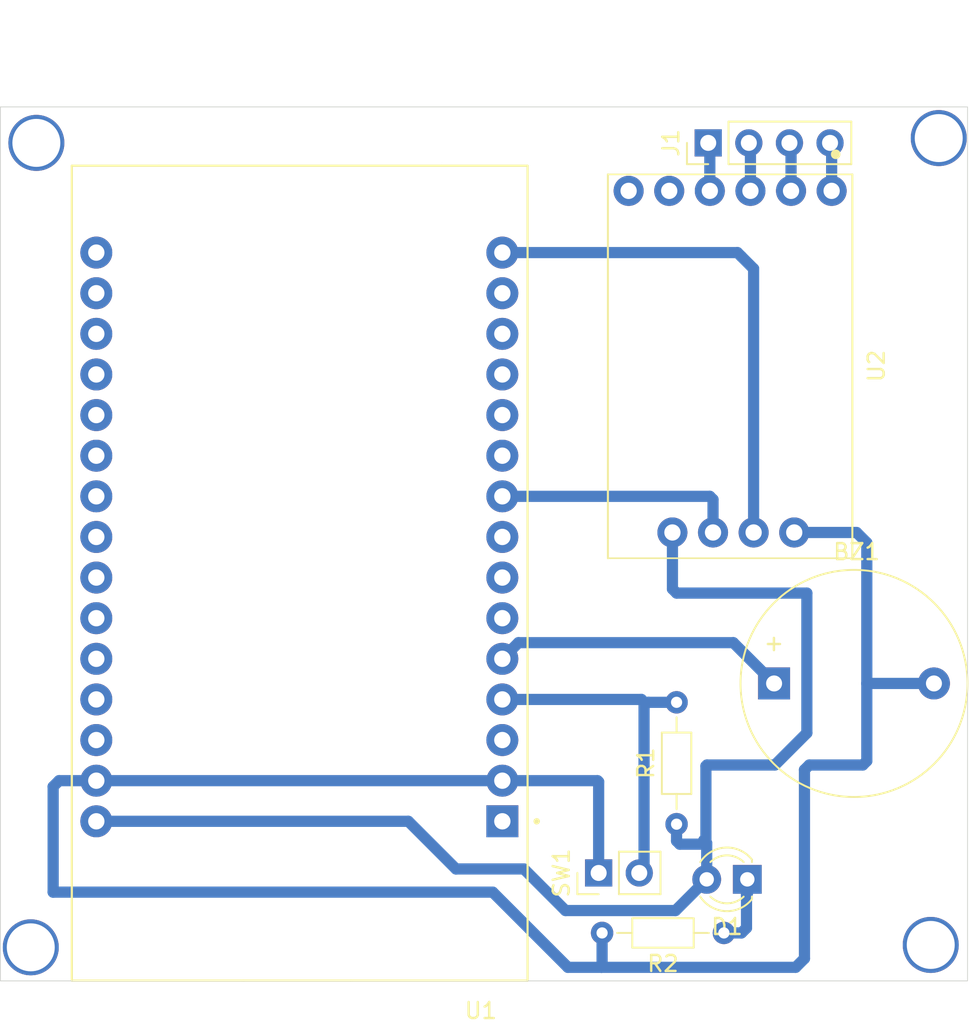
<source format=kicad_pcb>
(kicad_pcb (version 20240108) (generator "pcbnew") (generator_version "8.0")
  (layers (0 "F.Cu" signal) (31 "B.Cu" signal) (34 "B.Paste" user) (35 "F.Paste" user) (36 "B.SilkS" user "B.Silkscreen") (37 "F.SilkS" user "F.Silkscreen") (38 "B.Mask" user) (39 "F.Mask" user) (44 "Edge.Cuts" user))
  (net 0 "")
  (net 1 "GND")
  (net 2 "+5V")
  (net 3 "Net-(D1-K)")
  (net 4 "/E+")
  (net 5 "/S-")
  (net 6 "/S+")
  (net 7 "/E-")
  (net 8 "Net-(SW1-B)")
  (net 26 "Net-(U1-D18)")
  (net 32 "/buzz")
  (net 35 "/dt")
  (footprint "HX711-MODULE:SPARKFUN_SEN-13879" (layer "F.Cu") (at 110.52 48.97 -90)
    (property "Reference" "U2" (at -3.02 -7.88 90) (layer "F.SilkS") (effects (font (size 1.000063 1.000063))))
    (property "Value" "SEN-13879")
    (fp_line (start 9 8.9154) (end -15 8.9154) (stroke (width 0.127)) (layer "F.SilkS"))
    (fp_line (start -15 -6.3754) (end -15 8.9154) (stroke (width 0.1)) (layer "F.SilkS"))
    (fp_line (start -15 -6.3754) (end 9 -6.3754) (stroke (width 0.127)) (layer "F.SilkS"))
    (fp_line (start 9 -6.3754) (end 9 8.9154) (stroke (width 0.1)) (layer "F.SilkS"))
    (fp_circle (center -16.256 -5.334) (end -16.106 -5.334) (stroke (width 0.3)) (fill none) (layer "F.SilkS"))
    (pad "1" thru_hole circle (at -13.97 -5.08 270) (size 1.8796 1.8796) (drill 1.016) (layers "*.Cu" "*.Mask") (net 4 "/E+"))
    (pad "2" thru_hole circle (at -13.97 -2.54 270) (size 1.8796 1.8796) (drill 1.016) (layers "*.Cu" "*.Mask") (net 7 "/E-"))
    (pad "3" thru_hole circle (at -13.97 0 270) (size 1.8796 1.8796) (drill 1.016) (layers "*.Cu" "*.Mask") (net 5 "/S-"))
    (pad "4" thru_hole circle (at -13.97 2.54 270) (size 1.8796 1.8796) (drill 1.016) (layers "*.Cu" "*.Mask") (net 6 "/S+"))
    (pad "5" thru_hole circle (at -13.97 5.08 270) (size 1.8796 1.8796) (drill 1.016) (layers "*.Cu" "*.Mask"))
    (pad "6" thru_hole circle (at -13.97 7.62 270) (size 1.8796 1.8796) (drill 1.016) (layers "*.Cu" "*.Mask"))
    (pad "7" thru_hole circle (at 7.39 4.88 270) (size 1.8796 1.8796) (drill 1.016) (layers "*.Cu" "*.Mask") (net 2 "+5V"))
    (pad "8" thru_hole circle (at 7.39 2.34 270) (size 1.8796 1.8796) (drill 1.016) (layers "*.Cu" "*.Mask") (net 26 "Net-(U1-D18)"))
    (pad "9" thru_hole circle (at 7.39 -0.2 270) (size 1.8796 1.8796) (drill 1.016) (layers "*.Cu" "*.Mask") (net 35 "/dt"))
    (pad "10" thru_hole circle (at 7.39 -2.74 270) (size 1.8796 1.8796) (drill 1.016) (layers "*.Cu" "*.Mask") (net 1 "GND"))
  )
  (footprint "Resistor_THT:R_Axial_DIN0204_L3.6mm_D1.6mm_P7.62mm_Horizontal" (layer "F.Cu") (at 105.9 74.6 90)
    (property "Reference" "R1" (at 3.81 -1.92 90) (layer "F.SilkS"))
    (property "Value" "10k")
    (fp_line (start 5.73 -0.92) (end 1.89 -0.92) (stroke (width 0.12)) (layer "F.SilkS"))
    (fp_line (start 1.89 -0.92) (end 1.89 0.92) (stroke (width 0.12)) (layer "F.SilkS"))
    (fp_line (start 6.68 0) (end 5.73 0) (stroke (width 0.12)) (layer "F.SilkS"))
    (fp_line (start 0.94 0) (end 1.89 0) (stroke (width 0.12)) (layer "F.SilkS"))
    (fp_line (start 5.73 0.92) (end 5.73 -0.92) (stroke (width 0.12)) (layer "F.SilkS"))
    (fp_line (start 1.89 0.92) (end 5.73 0.92) (stroke (width 0.12)) (layer "F.SilkS"))
    (pad "1" thru_hole circle (at 0 0 90) (size 1.4 1.4) (drill 0.7) (layers "*.Cu" "*.Mask") (net 2 "+5V"))
    (pad "2" thru_hole oval (at 7.62 0 90) (size 1.4 1.4) (drill 0.7) (layers "*.Cu" "*.Mask") (net 8 "Net-(SW1-B)"))
  )
  (footprint "Connector_PinHeader_2.54mm:PinHeader_1x04_P2.54mm_Vertical" (layer "F.Cu") (at 107.88 32 90)
    (property "Reference" "J1" (at 0 -2.33 90) (layer "F.SilkS"))
    (property "Value" "LOAD_CELL_CONNECTOR")
    (fp_line (start -1.33 -1.33) (end 0 -1.33) (stroke (width 0.12)) (layer "F.SilkS"))
    (fp_line (start -1.33 0) (end -1.33 -1.33) (stroke (width 0.12)) (layer "F.SilkS"))
    (fp_line (start 1.33 1.27) (end 1.33 8.95) (stroke (width 0.12)) (layer "F.SilkS"))
    (fp_line (start -1.33 1.27) (end 1.33 1.27) (stroke (width 0.12)) (layer "F.SilkS"))
    (fp_line (start -1.33 1.27) (end -1.33 8.95) (stroke (width 0.12)) (layer "F.SilkS"))
    (fp_line (start -1.33 8.95) (end 1.33 8.95) (stroke (width 0.12)) (layer "F.SilkS"))
    (pad "1" thru_hole rect (at 0 0 90) (size 1.7 1.7) (drill 1) (layers "*.Cu" "*.Mask") (net 6 "/S+"))
    (pad "2" thru_hole oval (at 0 2.54 90) (size 1.7 1.7) (drill 1) (layers "*.Cu" "*.Mask") (net 5 "/S-"))
    (pad "3" thru_hole oval (at 0 5.08 90) (size 1.7 1.7) (drill 1) (layers "*.Cu" "*.Mask") (net 7 "/E-"))
    (pad "4" thru_hole oval (at 0 7.62 90) (size 1.7 1.7) (drill 1) (layers "*.Cu" "*.Mask") (net 4 "/E+"))
  )
  (footprint "Resistor_THT:R_Axial_DIN0204_L3.6mm_D1.6mm_P7.62mm_Horizontal" (layer "F.Cu") (at 108.86 81.4 180)
    (property "Reference" "R2" (at 3.81 -1.92 360) (layer "F.SilkS"))
    (property "Value" "220R")
    (fp_line (start 6.68 0) (end 5.73 0) (stroke (width 0.12)) (layer "F.SilkS"))
    (fp_line (start 5.73 0.92) (end 5.73 -0.92) (stroke (width 0.12)) (layer "F.SilkS"))
    (fp_line (start 5.73 -0.92) (end 1.89 -0.92) (stroke (width 0.12)) (layer "F.SilkS"))
    (fp_line (start 1.89 0.92) (end 5.73 0.92) (stroke (width 0.12)) (layer "F.SilkS"))
    (fp_line (start 1.89 -0.92) (end 1.89 0.92) (stroke (width 0.12)) (layer "F.SilkS"))
    (fp_line (start 0.94 0) (end 1.89 0) (stroke (width 0.12)) (layer "F.SilkS"))
    (pad "1" thru_hole circle (at 0 0 180) (size 1.4 1.4) (drill 0.7) (layers "*.Cu" "*.Mask") (net 3 "Net-(D1-K)"))
    (pad "2" thru_hole oval (at 7.62 0 180) (size 1.4 1.4) (drill 0.7) (layers "*.Cu" "*.Mask") (net 1 "GND"))
  )
  (footprint "Connector_PinHeader_2.54mm:PinHeader_1x02_P2.54mm_Vertical" (layer "F.Cu") (at 101.025 77.65 90)
    (property "Reference" "SW1" (at 0 -2.33 90) (layer "F.SilkS"))
    (property "Value" "SEND_BTN")
    (fp_line (start -1.33 -1.33) (end 0 -1.33) (stroke (width 0.12)) (layer "F.SilkS"))
    (fp_line (start -1.33 0) (end -1.33 -1.33) (stroke (width 0.12)) (layer "F.SilkS"))
    (fp_line (start 1.33 1.27) (end 1.33 3.87) (stroke (width 0.12)) (layer "F.SilkS"))
    (fp_line (start -1.33 1.27) (end 1.33 1.27) (stroke (width 0.12)) (layer "F.SilkS"))
    (fp_line (start -1.33 1.27) (end -1.33 3.87) (stroke (width 0.12)) (layer "F.SilkS"))
    (fp_line (start -1.33 3.87) (end 1.33 3.87) (stroke (width 0.12)) (layer "F.SilkS"))
    (pad "1" thru_hole rect (at 0 0 90) (size 1.7 1.7) (drill 1) (layers "*.Cu" "*.Mask") (net 1 "GND"))
    (pad "2" thru_hole oval (at 0 2.54 90) (size 1.7 1.7) (drill 1) (layers "*.Cu" "*.Mask") (net 8 "Net-(SW1-B)"))
  )
  (footprint "Buzzer_Beeper:Buzzer_D14mm_H7mm_P10mm" (layer "F.Cu") (at 112 65.8)
    (property "Reference" "BZ1" (at 5.16 -8.23 0) (layer "F.SilkS"))
    (property "Value" "Buzzer")
    (fp_circle (center 5 0) (end 12.1 0) (stroke (width 0.12)) (fill none) (layer "F.SilkS"))
    (fp_text user "+" (at -0.01 -2.54 0) (layer "F.SilkS"))
    (pad "1" thru_hole rect (at 0 0) (size 2 2) (drill 1) (layers "*.Cu" "*.Mask") (net 32 "/buzz"))
    (pad "2" thru_hole circle (at 10 0) (size 2 2) (drill 1) (layers "*.Cu" "*.Mask") (net 1 "GND"))
  )
  (footprint "LED_THT:LED_D3.0mm" (layer "F.Cu") (at 110.325 78.05 180)
    (property "Reference" "D1" (at 1.27 -2.96 360) (layer "F.SilkS"))
    (property "Value" "LED")
    (fp_line (start -0.29 1.08) (end -0.29 1.236) (stroke (width 0.12)) (layer "F.SilkS"))
    (fp_line (start -0.29 -1.236) (end -0.29 -1.08) (stroke (width 0.12)) (layer "F.SilkS"))
    (fp_arc (start 2.942335 1.078608) (mid 1.366487 1.987659) (end -0.29 1.235516) (stroke (width 0.12)) (layer "F.SilkS"))
    (fp_arc (start 2.31113 1.079837) (mid 1.270117 1.5) (end 0.229039 1.08) (stroke (width 0.12)) (layer "F.SilkS"))
    (fp_arc (start 0.229039 -1.08) (mid 1.270117 -1.5) (end 2.31113 -1.079837) (stroke (width 0.12)) (layer "F.SilkS"))
    (fp_arc (start -0.29 -1.235516) (mid 1.366487 -1.987659) (end 2.942335 -1.078608) (stroke (width 0.12)) (layer "F.SilkS"))
    (pad "1" thru_hole rect (at 0 0 180) (size 1.8 1.8) (drill 0.9) (layers "*.Cu" "*.Mask") (net 3 "Net-(D1-K)"))
    (pad "2" thru_hole circle (at 2.54 0 180) (size 1.8 1.8) (drill 0.9) (layers "*.Cu" "*.Mask") (net 2 "+5V"))
  )
  (footprint "ESP32-DEVKIT-V1:MODULE_ESP32_DEVKIT_V1" (layer "F.Cu") (at 82.3 58.905 180)
    (property "Reference" "U1" (at -11.355 -27.36 360) (layer "F.SilkS"))
    (property "Value" "ESP32-DEVKIT-V1")
    (fp_line (start 14.23 25.475) (end -14.28 25.475) (stroke (width 0.127)) (layer "F.SilkS"))
    (fp_line (start 14.23 -25.475) (end 14.23 25.475) (stroke (width 0.127)) (layer "F.SilkS"))
    (fp_line (start 14.23 -25.475) (end 14.23 25.475) (stroke (width 0.127)) (layer "F.SilkS"))
    (fp_line (start 8.78 25.475) (end 14.23 25.475) (stroke (width 0.127)) (layer "F.SilkS"))
    (fp_line (start 3.5 -25.475) (end 14.23 -25.475) (stroke (width 0.127)) (layer "F.SilkS"))
    (fp_line (start -3.211 -25.475) (end 3.5 -25.475) (stroke (width 0.127)) (layer "F.SilkS"))
    (fp_line (start -8.91 25.475) (end 8.78 25.475) (stroke (width 0.127)) (layer "F.SilkS"))
    (fp_line (start -14.28 25.475) (end -8.91 25.475) (stroke (width 0.127)) (layer "F.SilkS"))
    (fp_line (start -14.28 25.475) (end -14.28 -25.475) (stroke (width 0.127)) (layer "F.SilkS"))
    (fp_line (start -14.28 25.475) (end -14.28 -25.475) (stroke (width 0.127)) (layer "F.SilkS"))
    (fp_line (start -14.28 -25.475) (end 14.23 -25.475) (stroke (width 0.127)) (layer "F.SilkS"))
    (fp_line (start -14.28 -25.475) (end -3.211 -25.475) (stroke (width 0.127)) (layer "F.SilkS"))
    (fp_circle (center -14.85 -15.515) (end -14.75 -15.515) (stroke (width 0.2)) (fill none) (layer "F.SilkS"))
    (pad "" np_thru_hole circle (at -12.28 -23.475 180) (size 3 3) (drill 3) (layers "*.Cu" "*.Mask"))
    (pad "" np_thru_hole circle (at -12.28 23.475 180) (size 3 3) (drill 3) (layers "*.Cu" "*.Mask"))
    (pad "" np_thru_hole circle (at 12.23 -23.475 180) (size 3 3) (drill 3) (layers "*.Cu" "*.Mask"))
    (pad "" np_thru_hole circle (at 12.23 23.475 180) (size 3 3) (drill 3) (layers "*.Cu" "*.Mask"))
    (pad "1" thru_hole rect (at -12.7 -15.515 180) (size 2 2) (drill 1.02) (layers "*.Cu" "*.Mask"))
    (pad "2" thru_hole circle (at -12.7 -12.975 180) (size 2 2) (drill 1.02) (layers "*.Cu" "*.Mask") (net 1 "GND"))
    (pad "3" thru_hole circle (at -12.7 -10.435 180) (size 2 2) (drill 1.02) (layers "*.Cu" "*.Mask"))
    (pad "4" thru_hole circle (at -12.7 -7.895 180) (size 2 2) (drill 1.02) (layers "*.Cu" "*.Mask") (net 8 "Net-(SW1-B)"))
    (pad "5" thru_hole circle (at -12.7 -5.355 180) (size 2 2) (drill 1.02) (layers "*.Cu" "*.Mask") (net 32 "/buzz"))
    (pad "6" thru_hole circle (at -12.7 -2.815 180) (size 2 2) (drill 1.02) (layers "*.Cu" "*.Mask"))
    (pad "7" thru_hole circle (at -12.7 -0.275 180) (size 2 2) (drill 1.02) (layers "*.Cu" "*.Mask"))
    (pad "8" thru_hole circle (at -12.7 2.265 180) (size 2 2) (drill 1.02) (layers "*.Cu" "*.Mask"))
    (pad "9" thru_hole circle (at -12.7 4.805 180) (size 2 2) (drill 1.02) (layers "*.Cu" "*.Mask") (net 26 "Net-(U1-D18)"))
    (pad "10" thru_hole circle (at -12.7 7.345 180) (size 2 2) (drill 1.02) (layers "*.Cu" "*.Mask"))
    (pad "11" thru_hole circle (at -12.7 9.885 180) (size 2 2) (drill 1.02) (layers "*.Cu" "*.Mask"))
    (pad "12" thru_hole circle (at -12.7 12.425 180) (size 2 2) (drill 1.02) (layers "*.Cu" "*.Mask"))
    (pad "13" thru_hole circle (at -12.7 14.965 180) (size 2 2) (drill 1.02) (layers "*.Cu" "*.Mask"))
    (pad "14" thru_hole circle (at -12.7 17.505 180) (size 2 2) (drill 1.02) (layers "*.Cu" "*.Mask"))
    (pad "15" thru_hole circle (at -12.7 20.045 180) (size 2 2) (drill 1.02) (layers "*.Cu" "*.Mask") (net 35 "/dt"))
    (pad "16" thru_hole circle (at 12.7 20.045 180) (size 2 2) (drill 1.02) (layers "*.Cu" "*.Mask"))
    (pad "17" thru_hole circle (at 12.7 17.505 180) (size 2 2) (drill 1.02) (layers "*.Cu" "*.Mask"))
    (pad "18" thru_hole circle (at 12.7 14.965 180) (size 2 2) (drill 1.02) (layers "*.Cu" "*.Mask"))
    (pad "19" thru_hole circle (at 12.7 12.425 180) (size 2 2) (drill 1.02) (layers "*.Cu" "*.Mask"))
    (pad "20" thru_hole circle (at 12.7 9.885 180) (size 2 2) (drill 1.02) (layers "*.Cu" "*.Mask"))
    (pad "21" thru_hole circle (at 12.7 7.345 180) (size 2 2) (drill 1.02) (layers "*.Cu" "*.Mask"))
    (pad "22" thru_hole circle (at 12.7 4.805 180) (size 2 2) (drill 1.02) (layers "*.Cu" "*.Mask"))
    (pad "23" thru_hole circle (at 12.7 2.265 180) (size 2 2) (drill 1.02) (layers "*.Cu" "*.Mask"))
    (pad "24" thru_hole circle (at 12.7 -0.275 180) (size 2 2) (drill 1.02) (layers "*.Cu" "*.Mask"))
    (pad "25" thru_hole circle (at 12.7 -2.815 180) (size 2 2) (drill 1.02) (layers "*.Cu" "*.Mask"))
    (pad "26" thru_hole circle (at 12.7 -5.355 180) (size 2 2) (drill 1.02) (layers "*.Cu" "*.Mask"))
    (pad "27" thru_hole circle (at 12.7 -7.895 180) (size 2 2) (drill 1.02) (layers "*.Cu" "*.Mask"))
    (pad "28" thru_hole circle (at 12.7 -10.435 180) (size 2 2) (drill 1.02) (layers "*.Cu" "*.Mask"))
    (pad "29" thru_hole circle (at 12.7 -12.975 180) (size 2 2) (drill 1.02) (layers "*.Cu" "*.Mask") (net 1 "GND"))
    (pad "30" thru_hole circle (at 12.7 -15.515 180) (size 2 2) (drill 1.02) (layers "*.Cu" "*.Mask") (net 2 "+5V"))
  )
  (gr_rect (start 63.6 29.75) (end 124.1 84.4) (stroke (width 0.05)) (fill none) (layer "Edge.Cuts"))
  (via (at 65.5 82.3) (size 3.5) (drill 3) (layers "F.Cu" "B.Cu") (net 0))
  (via (at 121.8 82.15) (size 3.5) (drill 3) (layers "F.Cu" "B.Cu") (net 0))
  (via (at 122.3 31.7) (size 3.5) (drill 3) (layers "F.Cu" "B.Cu") (net 0))
  (via (at 65.85 32) (size 3.5) (drill 3) (layers "F.Cu" "B.Cu") (net 0))
  (segment (start 114.2 70.9) (end 113.9 71.2) (width 0.7) (layer "B.Cu") (net 1))
  (segment (start 99.1 83.55) (end 94.4 78.85) (width 0.7) (layer "B.Cu") (net 1))
  (segment (start 117.16 56.36) (end 117.8 57) (width 0.7) (layer "B.Cu") (net 1))
  (segment (start 117.8 57) (end 117.8 65.8) (width 0.7) (layer "B.Cu") (net 1))
  (segment (start 117.8 65.8) (end 117.8 70.65) (width 0.7) (layer "B.Cu") (net 1))
  (segment (start 117.55 70.9) (end 114.2 70.9) (width 0.7) (layer "B.Cu") (net 1))
  (segment (start 67.27 71.88) (end 69.6 71.88) (width 0.7) (layer "B.Cu") (net 1))
  (segment (start 113.35 83.55) (end 101.2 83.55) (width 0.7) (layer "B.Cu") (net 1))
  (segment (start 66.9 72.25) (end 67.27 71.88) (width 0.7) (layer "B.Cu") (net 1))
  (segment (start 101.2 83.55) (end 99.1 83.55) (width 0.7) (layer "B.Cu") (net 1))
  (segment (start 117.8 70.65) (end 117.55 70.9) (width 0.7) (layer "B.Cu") (net 1))
  (segment (start 101.24 83.51) (end 101.2 83.55) (width 0.7) (layer "B.Cu") (net 1))
  (segment (start 101.24 81.4) (end 101.24 83.51) (width 0.7) (layer "B.Cu") (net 1))
  (segment (start 94.4 78.85) (end 66.9 78.85) (width 0.7) (layer "B.Cu") (net 1))
  (segment (start 101.39 78.015) (end 101.025 77.65) (width 0.7) (layer "B.Cu") (net 1))
  (segment (start 113.9 71.2) (end 113.9 83) (width 0.7) (layer "B.Cu") (net 1))
  (segment (start 100.955 71.88) (end 101.025 71.95) (width 0.7) (layer "B.Cu") (net 1))
  (segment (start 66.9 78.85) (end 66.9 72.25) (width 0.7) (layer "B.Cu") (net 1))
  (segment (start 101.025 71.95) (end 101.025 77.65) (width 0.7) (layer "B.Cu") (net 1))
  (segment (start 113.26 56.36) (end 117.16 56.36) (width 0.7) (layer "B.Cu") (net 1))
  (segment (start 95 71.88) (end 100.955 71.88) (width 0.7) (layer "B.Cu") (net 1))
  (segment (start 69.6 71.88) (end 95 71.88) (width 0.7) (layer "B.Cu") (net 1))
  (segment (start 113.9 83) (end 113.35 83.55) (width 0.7) (layer "B.Cu") (net 1))
  (segment (start 117.8 65.8) (end 122 65.8) (width 0.7) (layer "B.Cu") (net 1))
  (segment (start 105.9 74.6) (end 105.9 75.65) (width 0.7) (layer "B.Cu") (net 2))
  (segment (start 105.64 59.89) (end 105.9 60.15) (width 0.7) (layer "B.Cu") (net 2))
  (segment (start 106.1 75.85) (end 107.735 75.85) (width 0.7) (layer "B.Cu") (net 2))
  (segment (start 105.835 80) (end 98.95 80) (width 0.7) (layer "B.Cu") (net 2))
  (segment (start 114.05 60.15) (end 114.05 68.9) (width 0.7) (layer "B.Cu") (net 2))
  (segment (start 105.9 75.65) (end 106.1 75.85) (width 0.7) (layer "B.Cu") (net 2))
  (segment (start 107.785 75.8) (end 107.785 78.05) (width 0.7) (layer "B.Cu") (net 2))
  (segment (start 107.735 70.965) (end 107.735 75.75) (width 0.7) (layer "B.Cu") (net 2))
  (segment (start 96.35 77.4) (end 92.1 77.4) (width 0.7) (layer "B.Cu") (net 2))
  (segment (start 107.785 78.05) (end 105.835 80) (width 0.7) (layer "B.Cu") (net 2))
  (segment (start 114.05 68.9) (end 112.05 70.9) (width 0.7) (layer "B.Cu") (net 2))
  (segment (start 107.8 70.9) (end 107.735 70.965) (width 0.7) (layer "B.Cu") (net 2))
  (segment (start 89.12 74.42) (end 69.6 74.42) (width 0.7) (layer "B.Cu") (net 2))
  (segment (start 92.1 77.4) (end 89.12 74.42) (width 0.7) (layer "B.Cu") (net 2))
  (segment (start 107.735 75.85) (end 107.785 75.8) (width 0.7) (layer "B.Cu") (net 2))
  (segment (start 105.9 60.15) (end 114.05 60.15) (width 0.7) (layer "B.Cu") (net 2))
  (segment (start 107.595 75.61) (end 107.735 75.75) (width 0.7) (layer "B.Cu") (net 2))
  (segment (start 105.64 56.36) (end 105.64 59.89) (width 0.7) (layer "B.Cu") (net 2))
  (segment (start 98.95 80) (end 96.35 77.4) (width 0.7) (layer "B.Cu") (net 2))
  (segment (start 112.05 70.9) (end 107.8 70.9) (width 0.7) (layer "B.Cu") (net 2))
  (segment (start 107.735 75.75) (end 107.785 75.8) (width 0.7) (layer "B.Cu") (net 2))
  (segment (start 110.275 79) (end 110.325 78.95) (width 0.7) (layer "B.Cu") (net 3))
  (segment (start 108.86 81.4) (end 109.96 81.4) (width 0.7) (layer "B.Cu") (net 3))
  (segment (start 110.325 78.95) (end 110.325 78.05) (width 0.7) (layer "B.Cu") (net 3))
  (segment (start 109.96 81.4) (end 110.275 81.085) (width 0.7) (layer "B.Cu") (net 3))
  (segment (start 110.275 81.085) (end 110.275 79) (width 0.7) (layer "B.Cu") (net 3))
  (segment (start 115.6 35) (end 115.6 32.1) (width 0.7) (layer "B.Cu") (net 4))
  (segment (start 115.6 32.1) (end 115.5 32) (width 0.7) (layer "B.Cu") (net 4))
  (segment (start 110.52 35) (end 110.52 32.1) (width 0.7) (layer "B.Cu") (net 5))
  (segment (start 110.52 32.1) (end 110.42 32) (width 0.7) (layer "B.Cu") (net 5))
  (segment (start 107.98 35) (end 107.98 32.1) (width 0.7) (layer "B.Cu") (net 6))
  (segment (start 107.98 32.1) (end 107.88 32) (width 0.7) (layer "B.Cu") (net 6))
  (segment (start 113.06 32.1) (end 112.96 32) (width 0.7) (layer "B.Cu") (net 7))
  (segment (start 113.06 35) (end 113.06 32.1) (width 0.7) (layer "B.Cu") (net 7))
  (segment (start 103.9 67) (end 104.115 67) (width 0.7) (layer "B.Cu") (net 8))
  (segment (start 95 66.8) (end 103.7 66.8) (width 0.7) (layer "B.Cu") (net 8))
  (segment (start 104.115 67) (end 104.135 66.98) (width 0.7) (layer "B.Cu") (net 8))
  (segment (start 103.865 77.35) (end 103.865 67.035) (width 0.7) (layer "B.Cu") (net 8))
  (segment (start 104.135 66.98) (end 105.9 66.98) (width 0.7) (layer "B.Cu") (net 8))
  (segment (start 103.865 67.035) (end 103.9 67) (width 0.7) (layer "B.Cu") (net 8))
  (segment (start 103.7 66.8) (end 103.9 67) (width 0.7) (layer "B.Cu") (net 8))
  (segment (start 103.565 77.65) (end 103.865 77.35) (width 0.7) (layer "B.Cu") (net 8))
  (segment (start 107.98 54.1) (end 108.18 54.3) (width 0.7) (layer "B.Cu") (net 26))
  (segment (start 108.18 56.36) (end 108.18 54.3) (width 0.7) (layer "B.Cu") (net 26))
  (segment (start 95 54.1) (end 107.98 54.1) (width 0.7) (layer "B.Cu") (net 26))
  (segment (start 96.01 63.25) (end 95 64.26) (width 0.7) (layer "B.Cu") (net 32))
  (segment (start 109.45 63.25) (end 96.01 63.25) (width 0.7) (layer "B.Cu") (net 32))
  (segment (start 112 65.8) (end 109.45 63.25) (width 0.7) (layer "B.Cu") (net 32))
  (segment (start 110.72 56.36) (end 110.72 39.87) (width 0.7) (layer "B.Cu") (net 35))
  (segment (start 110.72 39.87) (end 109.95 39.1) (width 0.7) (layer "B.Cu") (net 35))
  (segment (start 109.71 38.86) (end 109.95 39.1) (width 0.7) (layer "B.Cu") (net 35))
  (segment (start 95 38.86) (end 109.71 38.86) (width 0.7) (layer "B.Cu") (net 35))
)
</source>
